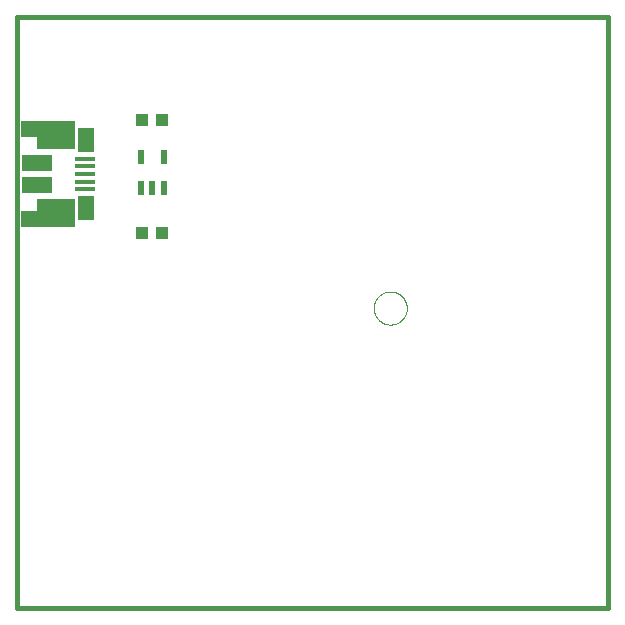
<source format=gtp>
G75*
%MOIN*%
%OFA0B0*%
%FSLAX25Y25*%
%IPPOS*%
%LPD*%
%AMOC8*
5,1,8,0,0,1.08239X$1,22.5*
%
%ADD10C,0.01600*%
%ADD11C,0.00000*%
%ADD12R,0.06732X0.01575*%
%ADD13R,0.05748X0.07874*%
%ADD14R,0.09843X0.05413*%
%ADD15R,0.12522X0.09616*%
%ADD16R,0.12522X0.09616*%
%ADD17R,0.05436X0.05304*%
%ADD18R,0.05436X0.05304*%
%ADD19R,0.04331X0.03937*%
%ADD20R,0.02165X0.04724*%
D10*
X0002849Y0001800D02*
X0199700Y0001800D01*
X0199700Y0198650D01*
X0002849Y0198650D01*
X0002849Y0001800D01*
D11*
X0121668Y0101682D02*
X0121670Y0101830D01*
X0121676Y0101978D01*
X0121686Y0102126D01*
X0121700Y0102273D01*
X0121718Y0102420D01*
X0121739Y0102566D01*
X0121765Y0102712D01*
X0121795Y0102857D01*
X0121828Y0103001D01*
X0121866Y0103144D01*
X0121907Y0103286D01*
X0121952Y0103427D01*
X0122000Y0103567D01*
X0122053Y0103706D01*
X0122109Y0103843D01*
X0122169Y0103978D01*
X0122232Y0104112D01*
X0122299Y0104244D01*
X0122370Y0104374D01*
X0122444Y0104502D01*
X0122521Y0104628D01*
X0122602Y0104752D01*
X0122686Y0104874D01*
X0122773Y0104993D01*
X0122864Y0105110D01*
X0122958Y0105225D01*
X0123054Y0105337D01*
X0123154Y0105447D01*
X0123256Y0105553D01*
X0123362Y0105657D01*
X0123470Y0105758D01*
X0123581Y0105856D01*
X0123694Y0105952D01*
X0123810Y0106044D01*
X0123928Y0106133D01*
X0124049Y0106218D01*
X0124172Y0106301D01*
X0124297Y0106380D01*
X0124424Y0106456D01*
X0124553Y0106528D01*
X0124684Y0106597D01*
X0124817Y0106662D01*
X0124952Y0106723D01*
X0125088Y0106781D01*
X0125225Y0106836D01*
X0125364Y0106886D01*
X0125505Y0106933D01*
X0125646Y0106976D01*
X0125789Y0107016D01*
X0125933Y0107051D01*
X0126077Y0107083D01*
X0126223Y0107110D01*
X0126369Y0107134D01*
X0126516Y0107154D01*
X0126663Y0107170D01*
X0126810Y0107182D01*
X0126958Y0107190D01*
X0127106Y0107194D01*
X0127254Y0107194D01*
X0127402Y0107190D01*
X0127550Y0107182D01*
X0127697Y0107170D01*
X0127844Y0107154D01*
X0127991Y0107134D01*
X0128137Y0107110D01*
X0128283Y0107083D01*
X0128427Y0107051D01*
X0128571Y0107016D01*
X0128714Y0106976D01*
X0128855Y0106933D01*
X0128996Y0106886D01*
X0129135Y0106836D01*
X0129272Y0106781D01*
X0129408Y0106723D01*
X0129543Y0106662D01*
X0129676Y0106597D01*
X0129807Y0106528D01*
X0129936Y0106456D01*
X0130063Y0106380D01*
X0130188Y0106301D01*
X0130311Y0106218D01*
X0130432Y0106133D01*
X0130550Y0106044D01*
X0130666Y0105952D01*
X0130779Y0105856D01*
X0130890Y0105758D01*
X0130998Y0105657D01*
X0131104Y0105553D01*
X0131206Y0105447D01*
X0131306Y0105337D01*
X0131402Y0105225D01*
X0131496Y0105110D01*
X0131587Y0104993D01*
X0131674Y0104874D01*
X0131758Y0104752D01*
X0131839Y0104628D01*
X0131916Y0104502D01*
X0131990Y0104374D01*
X0132061Y0104244D01*
X0132128Y0104112D01*
X0132191Y0103978D01*
X0132251Y0103843D01*
X0132307Y0103706D01*
X0132360Y0103567D01*
X0132408Y0103427D01*
X0132453Y0103286D01*
X0132494Y0103144D01*
X0132532Y0103001D01*
X0132565Y0102857D01*
X0132595Y0102712D01*
X0132621Y0102566D01*
X0132642Y0102420D01*
X0132660Y0102273D01*
X0132674Y0102126D01*
X0132684Y0101978D01*
X0132690Y0101830D01*
X0132692Y0101682D01*
X0132690Y0101534D01*
X0132684Y0101386D01*
X0132674Y0101238D01*
X0132660Y0101091D01*
X0132642Y0100944D01*
X0132621Y0100798D01*
X0132595Y0100652D01*
X0132565Y0100507D01*
X0132532Y0100363D01*
X0132494Y0100220D01*
X0132453Y0100078D01*
X0132408Y0099937D01*
X0132360Y0099797D01*
X0132307Y0099658D01*
X0132251Y0099521D01*
X0132191Y0099386D01*
X0132128Y0099252D01*
X0132061Y0099120D01*
X0131990Y0098990D01*
X0131916Y0098862D01*
X0131839Y0098736D01*
X0131758Y0098612D01*
X0131674Y0098490D01*
X0131587Y0098371D01*
X0131496Y0098254D01*
X0131402Y0098139D01*
X0131306Y0098027D01*
X0131206Y0097917D01*
X0131104Y0097811D01*
X0130998Y0097707D01*
X0130890Y0097606D01*
X0130779Y0097508D01*
X0130666Y0097412D01*
X0130550Y0097320D01*
X0130432Y0097231D01*
X0130311Y0097146D01*
X0130188Y0097063D01*
X0130063Y0096984D01*
X0129936Y0096908D01*
X0129807Y0096836D01*
X0129676Y0096767D01*
X0129543Y0096702D01*
X0129408Y0096641D01*
X0129272Y0096583D01*
X0129135Y0096528D01*
X0128996Y0096478D01*
X0128855Y0096431D01*
X0128714Y0096388D01*
X0128571Y0096348D01*
X0128427Y0096313D01*
X0128283Y0096281D01*
X0128137Y0096254D01*
X0127991Y0096230D01*
X0127844Y0096210D01*
X0127697Y0096194D01*
X0127550Y0096182D01*
X0127402Y0096174D01*
X0127254Y0096170D01*
X0127106Y0096170D01*
X0126958Y0096174D01*
X0126810Y0096182D01*
X0126663Y0096194D01*
X0126516Y0096210D01*
X0126369Y0096230D01*
X0126223Y0096254D01*
X0126077Y0096281D01*
X0125933Y0096313D01*
X0125789Y0096348D01*
X0125646Y0096388D01*
X0125505Y0096431D01*
X0125364Y0096478D01*
X0125225Y0096528D01*
X0125088Y0096583D01*
X0124952Y0096641D01*
X0124817Y0096702D01*
X0124684Y0096767D01*
X0124553Y0096836D01*
X0124424Y0096908D01*
X0124297Y0096984D01*
X0124172Y0097063D01*
X0124049Y0097146D01*
X0123928Y0097231D01*
X0123810Y0097320D01*
X0123694Y0097412D01*
X0123581Y0097508D01*
X0123470Y0097606D01*
X0123362Y0097707D01*
X0123256Y0097811D01*
X0123154Y0097917D01*
X0123054Y0098027D01*
X0122958Y0098139D01*
X0122864Y0098254D01*
X0122773Y0098371D01*
X0122686Y0098490D01*
X0122602Y0098612D01*
X0122521Y0098736D01*
X0122444Y0098862D01*
X0122370Y0098990D01*
X0122299Y0099120D01*
X0122232Y0099252D01*
X0122169Y0099386D01*
X0122109Y0099521D01*
X0122053Y0099658D01*
X0122000Y0099797D01*
X0121952Y0099937D01*
X0121907Y0100078D01*
X0121866Y0100220D01*
X0121828Y0100363D01*
X0121795Y0100507D01*
X0121765Y0100652D01*
X0121739Y0100798D01*
X0121718Y0100944D01*
X0121700Y0101091D01*
X0121686Y0101238D01*
X0121676Y0101386D01*
X0121670Y0101534D01*
X0121668Y0101682D01*
D12*
X0025330Y0141242D03*
X0025330Y0143801D03*
X0025330Y0146360D03*
X0025330Y0148919D03*
X0025330Y0151478D03*
D13*
X0025842Y0157777D03*
X0025842Y0134943D03*
D14*
X0009464Y0142669D03*
X0009464Y0150051D03*
D15*
X0015682Y0159292D03*
D16*
X0015682Y0133485D03*
D17*
X0006688Y0161458D03*
D18*
X0006688Y0131344D03*
D19*
X0044503Y0126800D03*
X0051196Y0126800D03*
X0051196Y0164300D03*
X0044503Y0164300D03*
D20*
X0044109Y0151919D03*
X0051590Y0151919D03*
X0051590Y0141681D03*
X0047849Y0141681D03*
X0044109Y0141681D03*
M02*

</source>
